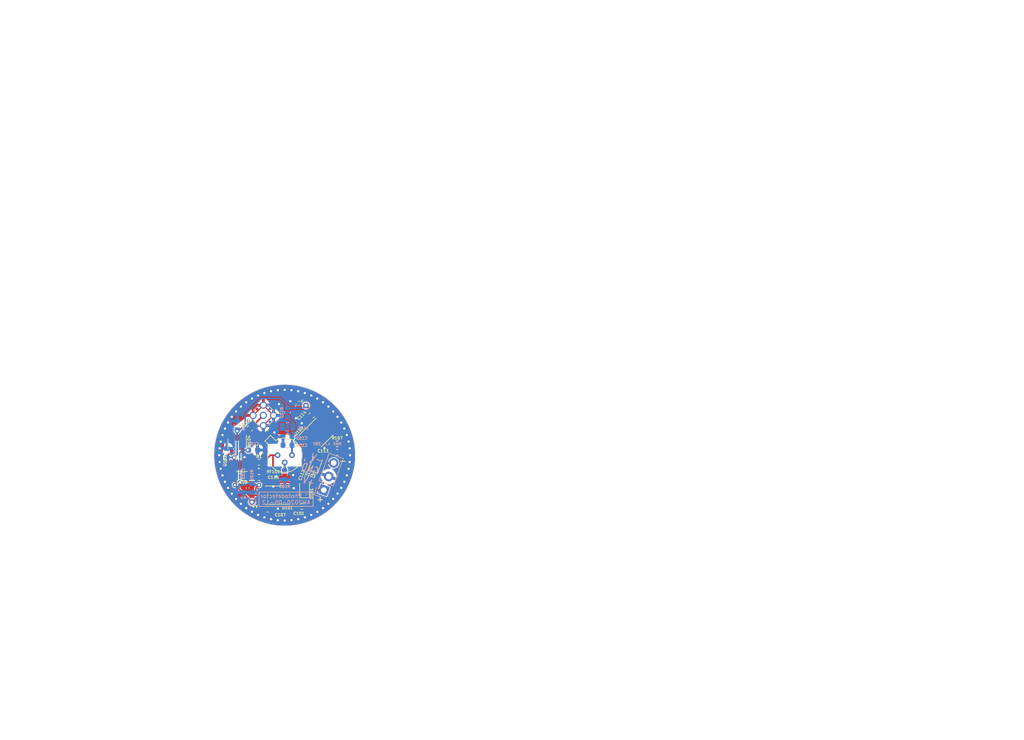
<source format=kicad_pcb>
(kicad_pcb (version 20211014) (generator pcbnew)
  (title_block (title "One Inch Photodetector - WSON8") (date "2020-02") (company "anders.e.e.wallin \"at\" gmail.com"))
  (layers (0 "F.Cu" signal) (31 "B.Cu" signal) (34 "B.Paste" user) (35 "F.Paste" user) (36 "B.SilkS" user "B.Silkscreen") (37 "F.SilkS" user "F.Silkscreen") (38 "B.Mask" user) (39 "F.Mask" user) (44 "Edge.Cuts" user))
  (net 0 "")
  (net 1 "Net-(D102-Pad2)")
  (net 2 "/+V")
  (net 3 "GND")
  (net 4 "Net-(C101-Pad1)")
  (net 5 "Net-(U101-Pad4)")
  (net 6 "Net-(U102-Pad7)")
  (net 7 "Net-(U102-Pad4)")
  (net 8 "/-V")
  (net 9 "Net-(C112-Pad2)")
  (net 10 "Net-(J101-Pad1)")
  (net 11 "Net-(L101-Pad1)")
  (net 12 "/+VIN")
  (net 13 "/-VIN")
  (net 14 "/VBIAS")
  (net 15 "/VOUT")
  (net 16 "Net-(R1-Pad1)")
  (net 17 "Net-(C115-Pad1)")
  (net 18 "Net-(U103-Pad2)")
  (net 19 "/SET+")
  (net 20 "/SET-")
  (net 21 "/IN-")
  (net 22 "/VTIA")
  (net 23 "Net-(U104-Pad3)")
  (footprint "Package_TO_SOT_THT:TO-18-3" (layer "F.Cu") (at 148.75 100)
    (fp_text reference "D102" hide)
    (fp_text value "S597x")
    (pad "1" thru_hole oval locked (at 0 0) (size 1 1) (drill 0.5) (layers *.Cu *.Mask) (net 21 "/IN-"))
    (pad "2" thru_hole oval locked (at 1.27 1.27) (size 1 1) (drill 0.5) (layers *.Cu *.Mask) (net 1 "Net-(D102-Pad2)"))
    (pad "3" thru_hole oval locked (at 2.54 0) (size 1 1) (drill 0.5) (layers *.Cu *.Mask) (net 14 "/VBIAS"))
  )
  (footprint "Package_SO:MSOP-10-1EP_3x3mm_P0.5mm_EP1.68x1.88mm" (layer "F.Cu") (at 148.08 107.03 180)
    (fp_text reference "U101" (at -2.42 -2.22 180) (layer "F.SilkS") (effects (font (size 0.5 0.5) (thickness 0.1))))
    (fp_text value "LT3042xMSE")
    (pad "1" smd roundrect locked (at -2.15 -1 180) (size 1.45 0.3) (layers "F.Cu" "F.Paste" "F.Mask") (net 4 "Net-(C101-Pad1)"))
    (pad "2" smd roundrect locked (at -2.15 -0.5 180) (size 1.45 0.3) (layers "F.Cu" "F.Paste" "F.Mask") (net 4 "Net-(C101-Pad1)"))
    (pad "3" smd roundrect locked (at -2.15 0 180) (size 1.45 0.3) (layers "F.Cu" "F.Paste" "F.Mask") (net 4 "Net-(C101-Pad1)"))
    (pad "4" smd roundrect locked (at -2.15 0.5 180) (size 1.45 0.3) (layers "F.Cu" "F.Paste" "F.Mask") (net 5 "Net-(U101-Pad4)"))
    (pad "5" smd roundrect locked (at -2.15 1 180) (size 1.45 0.3) (layers "F.Cu" "F.Paste" "F.Mask") (net 3 "GND"))
    (pad "6" smd roundrect locked (at 2.15 1 180) (size 1.45 0.3) (layers "F.Cu" "F.Paste" "F.Mask") (net 4 "Net-(C101-Pad1)"))
    (pad "7" smd roundrect locked (at 2.15 0.5 180) (size 1.45 0.3) (layers "F.Cu" "F.Paste" "F.Mask") (net 19 "/SET+"))
    (pad "8" smd roundrect locked (at 2.15 0 180) (size 1.45 0.3) (layers "F.Cu" "F.Paste" "F.Mask") (net 3 "GND"))
    (pad "9" smd roundrect locked (at 2.15 -0.5 180) (size 1.45 0.3) (layers "F.Cu" "F.Paste" "F.Mask") (net 2 "/+V"))
    (pad "10" smd roundrect locked (at 2.15 -1 180) (size 1.45 0.3) (layers "F.Cu" "F.Paste" "F.Mask") (net 2 "/+V"))
    (pad "11" smd roundrect locked (at 0 0 180) (size 1.68 1.88) (layers "F.Cu" "F.Mask") (roundrect_rratio 0.14881) (net 3 "GND"))
  )
  (footprint "Package_SO:MSOP-12-1EP_3x4mm_P0.65mm_EP1.65x2.85mm" (layer "F.Cu") (at 156 96 45)
    (fp_text reference "U102" (at -2.298097 -2.65165 45) (layer "F.SilkS") (effects (font (size 0.5 0.5) (thickness 0.1))))
    (fp_text value "LT3093xMSE")
    (pad "1" smd roundrect locked (at -2.15 -1.625 45) (size 1.45 0.4) (layers "F.Cu" "F.Paste" "F.Mask") (net 9 "Net-(C112-Pad2)"))
    (pad "2" smd roundrect locked (at -2.15 -0.975 45) (size 1.45 0.4) (layers "F.Cu" "F.Paste" "F.Mask") (net 9 "Net-(C112-Pad2)"))
    (pad "3" smd roundrect locked (at -2.15 -0.325 45) (size 1.45 0.4) (layers "F.Cu" "F.Paste" "F.Mask") (net 9 "Net-(C112-Pad2)"))
    (pad "4" smd roundrect locked (at -2.15 0.325 45) (size 1.45 0.4) (layers "F.Cu" "F.Paste" "F.Mask") (net 7 "Net-(U102-Pad4)"))
    (pad "5" smd roundrect locked (at -2.15 0.975 45) (size 1.45 0.4) (layers "F.Cu" "F.Paste" "F.Mask") (net 9 "Net-(C112-Pad2)"))
    (pad "6" smd roundrect locked (at -2.15 1.625 45) (size 1.45 0.4) (layers "F.Cu" "F.Paste" "F.Mask") (net 3 "GND"))
    (pad "7" smd roundrect locked (at 2.15 1.625 45) (size 1.45 0.4) (layers "F.Cu" "F.Paste" "F.Mask") (net 6 "Net-(U102-Pad7)"))
    (pad "8" smd roundrect locked (at 2.15 0.975 45) (size 1.45 0.4) (layers "F.Cu" "F.Paste" "F.Mask") (net 20 "/SET-"))
    (pad "9" smd roundrect locked (at 2.15 0.325 45) (size 1.45 0.4) (layers "F.Cu" "F.Paste" "F.Mask") (net 3 "GND"))
    (pad "10" smd roundrect locked (at 2.15 -0.325 45) (size 1.45 0.4) (layers "F.Cu" "F.Paste" "F.Mask") (net 8 "/-V"))
    (pad "11" smd roundrect locked (at 2.15 -0.975 45) (size 1.45 0.4) (layers "F.Cu" "F.Paste" "F.Mask") (net 8 "/-V"))
    (pad "12" smd roundrect locked (at 2.15 -1.625 45) (size 1.45 0.4) (layers "F.Cu" "F.Paste" "F.Mask") (net 8 "/-V"))
    (pad "13" smd roundrect locked (at 0 0 45) (size 1.65 2.85) (layers "F.Cu" "F.Mask") (roundrect_rratio 0.151515) (net 9 "Net-(C112-Pad2)"))
  )
  (footprint "Capacitor_SMD:C_0603_1608Metric" (layer "F.Cu") (at 153 109 180)
    (fp_text reference "C101" (at 0.5 -1.25) (layer "F.SilkS") (effects (font (size 0.5 0.5) (thickness 0.1))))
    (fp_text value "4u7")
    (pad "1" smd roundrect locked (at -0.7875 0 180) (size 0.875 0.95) (layers "F.Cu" "F.Paste" "F.Mask") (net 4 "Net-(C101-Pad1)"))
    (pad "2" smd roundrect locked (at 0.7875 0 180) (size 0.875 0.95) (layers "F.Cu" "F.Paste" "F.Mask") (net 3 "GND"))
  )
  (footprint "Capacitor_SMD:C_0603_1608Metric" (layer "F.Cu") (at 147 109.5)
    (fp_text reference "C107" (at 2.25 1) (layer "F.SilkS") (effects (font (size 0.5 0.5) (thickness 0.1))))
    (fp_text value "4u7")
    (pad "1" smd roundrect locked (at -0.7875 0) (size 0.875 0.95) (layers "F.Cu" "F.Paste" "F.Mask") (net 2 "/+V"))
    (pad "2" smd roundrect locked (at 0.7875 0) (size 0.875 0.95) (layers "F.Cu" "F.Paste" "F.Mask") (net 3 "GND"))
  )
  (footprint "Capacitor_SMD:C_0603_1608Metric" (layer "F.Cu") (at 142 103.75 180)
    (fp_text reference "C108" (at -0.5 -1) (layer "F.SilkS") (effects (font (size 0.5 0.5) (thickness 0.1))))
    (fp_text value "100n")
    (pad "1" smd roundrect locked (at -0.7875 0 180) (size 0.875 0.95) (layers "F.Cu" "F.Paste" "F.Mask") (net 3 "GND"))
    (pad "2" smd roundrect locked (at 0.7875 0 180) (size 0.875 0.95) (layers "F.Cu" "F.Paste" "F.Mask") (net 2 "/+V"))
  )
  (footprint "Capacitor_SMD:C_0603_1608Metric" (layer "F.Cu") (at 154 101 70)
    (fp_text reference "C112" (at -2.691252 -0.084642 70) (layer "F.SilkS") (effects (font (size 0.5 0.5) (thickness 0.1))))
    (fp_text value "4u7")
    (pad "1" smd roundrect locked (at -0.7875 0 70) (size 0.875 0.95) (layers "F.Cu" "F.Paste" "F.Mask") (net 3 "GND"))
    (pad "2" smd roundrect locked (at 0.7875 0 70) (size 0.875 0.95) (layers "F.Cu" "F.Paste" "F.Mask") (net 9 "Net-(C112-Pad2)"))
  )
  (footprint "Capacitor_SMD:C_0603_1608Metric" (layer "F.Cu") (at 159.25 99.5)
    (fp_text reference "C113" (at -2.5 -0.25) (layer "F.SilkS") (effects (font (size 0.5 0.5) (thickness 0.1))))
    (fp_text value "4u7")
    (pad "1" smd roundrect locked (at -0.7875 0) (size 0.875 0.95) (layers "F.Cu" "F.Paste" "F.Mask") (net 3 "GND"))
    (pad "2" smd roundrect locked (at 0.7875 0) (size 0.875 0.95) (layers "F.Cu" "F.Paste" "F.Mask") (net 20 "/SET-"))
  )
  (footprint "Capacitor_SMD:C_0603_1608Metric" (layer "F.Cu") (at 154.75 93 45)
    (fp_text reference "C114" (at -1.237437 -1.237437 45) (layer "F.SilkS") (effects (font (size 0.5 0.5) (thickness 0.1))))
    (fp_text value "4u7")
    (pad "1" smd roundrect locked (at -0.7875 0 45) (size 0.875 0.95) (layers "F.Cu" "F.Paste" "F.Mask") (net 3 "GND"))
    (pad "2" smd roundrect locked (at 0.7875 0 45) (size 0.875 0.95) (layers "F.Cu" "F.Paste" "F.Mask") (net 8 "/-V"))
  )
  (footprint "Diode_SMD:D_SOD-323F" (layer "F.Cu") (at 153.5 106 90)
    (fp_text reference "D101" (at -0.75 1.25 270) (layer "F.SilkS") (effects (font (size 0.5 0.5) (thickness 0.1))))
    (fp_text value "D")
    (pad "1" smd rect locked (at -1.1 0 90) (size 0.5 0.5) (layers "F.Cu" "F.Paste" "F.Mask") (net 4 "Net-(C101-Pad1)"))
    (pad "2" smd rect locked (at 1.1 0 90) (size 0.5 0.5) (layers "F.Cu" "F.Paste" "F.Mask") (net 12 "/+VIN"))
  )
  (footprint "Diode_SMD:D_SOD-323F" (layer "F.Cu") (at 155.5 101.5 70)
    (fp_text reference "D103" (at -2.221405 -0.255652 160) (layer "F.SilkS") (effects (font (size 0.5 0.5) (thickness 0.1))))
    (fp_text value "D")
    (pad "1" smd rect locked (at -1.1 0 70) (size 0.5 0.5) (layers "F.Cu" "F.Paste" "F.Mask") (net 13 "/-VIN"))
    (pad "2" smd rect locked (at 1.1 0 70) (size 0.5 0.5) (layers "F.Cu" "F.Paste" "F.Mask") (net 9 "Net-(C112-Pad2)"))
  )
  (footprint "Resistor_SMD:R_0603_1608Metric" (layer "F.Cu") (at 145.5 102.9)
    (fp_text reference "RF101" (at 2.5 0) (layer "F.SilkS") (effects (font (size 0.5 0.5) (thickness 0.1))))
    (fp_text value "R")
    (pad "1" smd roundrect locked (at -0.7875 0) (size 0.875 0.95) (layers "F.Cu" "F.Paste" "F.Mask") (net 17 "Net-(C115-Pad1)"))
    (pad "2" smd roundrect locked (at 0.7875 0) (size 0.875 0.95) (layers "F.Cu" "F.Paste" "F.Mask") (net 21 "/IN-"))
  )
  (footprint "Resistor_SMD:R_0603_1608Metric" (layer "F.Cu") (at 143.9 95.3 -135)
    (fp_text reference "R106" (at -0.106066 1.025305 45) (layer "F.SilkS") (effects (font (size 0.5 0.5) (thickness 0.1))))
    (fp_text value "49R9")
    (pad "1" smd roundrect locked (at -0.7875 0 225) (size 0.875 0.95) (layers "F.Cu" "F.Paste" "F.Mask") (net 10 "Net-(J101-Pad1)"))
    (pad "2" smd roundrect locked (at 0.7875 0 225) (size 0.875 0.95) (layers "F.Cu" "F.Paste" "F.Mask") (net 15 "/VOUT"))
  )
  (footprint "Resistor_SMD:R_0603_1608Metric" (layer "F.Cu") (at 159.25 98)
    (fp_text reference "R107" (at 0 -1) (layer "F.SilkS") (effects (font (size 0.5 0.5) (thickness 0.1))))
    (fp_text value "25k")
    (pad "1" smd roundrect locked (at -0.7875 0) (size 0.875 0.95) (layers "F.Cu" "F.Paste" "F.Mask") (net 3 "GND"))
    (pad "2" smd roundrect locked (at 0.7875 0) (size 0.875 0.95) (layers "F.Cu" "F.Paste" "F.Mask") (net 20 "/SET-"))
  )
  (footprint "Capacitor_SMD:C_0603_1608Metric" (layer "F.Cu") (at 145.5 103.9)
    (fp_text reference "C115" (at 2.5 0) (layer "F.SilkS") (effects (font (size 0.5 0.5) (thickness 0.1))))
    (fp_text value "C")
    (pad "1" smd roundrect locked (at -0.7875 0) (size 0.875 0.95) (layers "F.Cu" "F.Paste" "F.Mask") (net 17 "Net-(C115-Pad1)"))
    (pad "2" smd roundrect locked (at 0.7875 0) (size 0.875 0.95) (layers "F.Cu" "F.Paste" "F.Mask") (net 21 "/IN-"))
  )
  (footprint "Resistor_SMD:R_0603_1608Metric" (layer "F.Cu") (at 145.5 101.25)
    (fp_text reference "R1" (at 0 -1) (layer "F.SilkS") (effects (font (size 0.5 0.5) (thickness 0.125))))
    (fp_text value "10R")
    (pad "1" smd roundrect locked (at -0.7875 0) (size 0.875 0.95) (layers "F.Cu" "F.Paste" "F.Mask") (net 16 "Net-(R1-Pad1)"))
    (pad "2" smd roundrect locked (at 0.7875 0) (size 0.875 0.95) (layers "F.Cu" "F.Paste" "F.Mask") (net 21 "/IN-"))
  )
  (footprint "Package_SON:WSON-8-1EP_2x2mm_P0.5mm_EP0.9x1.6mm" (layer "F.Cu") (at 142 101.75 180)
    (fp_text reference "U103" (at 2.5 0.75 90) (layer "F.SilkS") (effects (font (size 0.5 0.5) (thickness 0.125))))
    (fp_text value "OPA859xDSG")
    (pad "1" smd rect locked (at -0.95 -0.75 180) (size 0.5 0.25) (layers "F.Cu" "F.Paste" "F.Mask") (net 17 "Net-(C115-Pad1)"))
    (pad "2" smd rect locked (at -0.95 -0.25 180) (size 0.5 0.25) (layers "F.Cu" "F.Paste" "F.Mask") (net 18 "Net-(U103-Pad2)"))
    (pad "3" smd rect locked (at -0.95 0.25 180) (size 0.5 0.25) (layers "F.Cu" "F.Paste" "F.Mask") (net 16 "Net-(R1-Pad1)"))
    (pad "4" smd rect locked (at -0.95 0.75 180) (size 0.5 0.25) (layers "F.Cu" "F.Paste" "F.Mask") (net 3 "GND"))
    (pad "5" smd rect locked (at 0.95 0.75 180) (size 0.5 0.25) (layers "F.Cu" "F.Paste" "F.Mask") (net 8 "/-V"))
    (pad "6" smd rect locked (at 0.95 0.25 180) (size 0.5 0.25) (layers "F.Cu" "F.Paste" "F.Mask") (net 22 "/VTIA"))
    (pad "7" smd rect locked (at 0.95 -0.25 180) (size 0.5 0.25) (layers "F.Cu" "F.Paste" "F.Mask") (net 2 "/+V"))
    (pad "8" smd rect locked (at 0.95 -0.75 180) (size 0.5 0.25) (layers "F.Cu" "F.Paste" "F.Mask") (net 2 "/+V"))
    (pad "9" smd rect locked (at 0 0 180) (size 0.9 1.6) (layers "F.Cu" "F.Mask") (net 8 "/-V"))
  )
  (footprint "Package_TO_SOT_SMD:SOT-23-5" (layer "F.Cu") (at 141.65 98 -90)
    (fp_text reference "U104" (at -0.5 -2.1 90) (layer "F.SilkS") (effects (font (size 0.5 0.5) (thickness 0.1))))
    (fp_text value "BUF602xDBV")
    (pad "1" smd rect locked (at -1.1 -0.95 270) (size 1.06 0.65) (layers "F.Cu" "F.Paste" "F.Mask") (net 15 "/VOUT"))
    (pad "2" smd rect locked (at -1.1 0 270) (size 1.06 0.65) (layers "F.Cu" "F.Paste" "F.Mask") (net 8 "/-V"))
    (pad "3" smd rect locked (at -1.1 0.95 270) (size 1.06 0.65) (layers "F.Cu" "F.Paste" "F.Mask") (net 23 "Net-(U104-Pad3)"))
    (pad "4" smd rect locked (at 1.1 0.95 270) (size 1.06 0.65) (layers "F.Cu" "F.Paste" "F.Mask") (net 22 "/VTIA"))
    (pad "5" smd rect locked (at 1.1 -0.95 270) (size 1.06 0.65) (layers "F.Cu" "F.Paste" "F.Mask") (net 2 "/+V"))
  )
  (footprint "Capacitor_SMD:C_0603_1608Metric" (layer "B.Cu") (at 150.5 96.75 180)
    (fp_text reference "C102" (at -2.5 -0.25) (layer "B.SilkS") (effects (font (size 0.5 0.5) (thickness 0.1)) (justify mirror)))
    (fp_text value "4u7")
    (pad "1" smd roundrect locked (at -0.7875 0 180) (size 0.875 0.95) (layers "B.Cu" "B.Paste" "B.Mask") (net 14 "/VBIAS"))
    (pad "2" smd roundrect locked (at 0.7875 0 180) (size 0.875 0.95) (layers "B.Cu" "B.Paste" "B.Mask") (net 3 "GND"))
  )
  (footprint "Capacitor_SMD:C_0603_1608Metric" (layer "B.Cu") (at 142.75 105.75 -90)
    (fp_text reference "C103" (at -2.5 0 -90) (layer "B.SilkS") (effects (font (size 0.5 0.5) (thickness 0.1)) (justify mirror)))
    (fp_text value "4u7")
    (pad "1" smd roundrect locked (at -0.7875 0 270) (size 0.875 0.95) (layers "B.Cu" "B.Paste" "B.Mask") (net 19 "/SET+"))
    (pad "2" smd roundrect locked (at 0.7875 0 270) (size 0.875 0.95) (layers "B.Cu" "B.Paste" "B.Mask") (net 3 "GND"))
  )
  (footprint "Connector_Coaxial:MMCX_Molex_73415-1471_Vertical" (layer "B.Cu") (at 146.25 93 -45)
    (fp_text reference "J101" hide)
    (fp_text value "Conn_Coaxial")
    (pad "1" thru_hole circle locked (at 0 0 315) (size 1.24 1.24) (drill 0.84) (layers *.Cu *.Mask) (net 10 "Net-(J101-Pad1)"))
    (pad "2" thru_hole circle locked (at -1.27 1.27 315) (size 1.24 1.24) (drill 0.84) (layers *.Cu *.Mask) (net 3 "GND"))
    (pad "2" thru_hole circle locked (at -1.27 -1.27 315) (size 1.24 1.24) (drill 0.84) (layers *.Cu *.Mask) (net 3 "GND"))
    (pad "2" thru_hole circle locked (at 1.27 -1.27 315) (size 1.24 1.24) (drill 0.84) (layers *.Cu *.Mask) (net 3 "GND"))
    (pad "2" thru_hole circle locked (at 1.27 1.27 315) (size 1.24 1.24) (drill 0.84) (layers *.Cu *.Mask) (net 3 "GND"))
  )
  (footprint "Inductor_SMD:L_0805_2012Metric" (layer "B.Cu") (at 150.5 95 180)
    (fp_text reference "L101" (at -2.75 -0.25) (layer "B.SilkS") (effects (font (size 0.5 0.5) (thickness 0.1)) (justify mirror)))
    (fp_text value "100u")
    (pad "1" smd roundrect locked (at -0.9375 0 180) (size 0.975 1.4) (layers "B.Cu" "B.Paste" "B.Mask") (net 11 "Net-(L101-Pad1)"))
    (pad "2" smd roundrect locked (at 0.9375 0 180) (size 0.975 1.4) (layers "B.Cu" "B.Paste" "B.Mask") (net 14 "/VBIAS"))
  )
  (footprint "Resistor_SMD:R_0603_1608Metric" (layer "B.Cu") (at 144.25 105.75 -90)
    (fp_text reference "R101" (at -2.25 0 -90) (layer "B.SilkS") (effects (font (size 0.5 0.5) (thickness 0.1)) (justify mirror)))
    (fp_text value "25k")
    (pad "1" smd roundrect locked (at -0.7875 0 270) (size 0.875 0.95) (layers "B.Cu" "B.Paste" "B.Mask") (net 19 "/SET+"))
    (pad "2" smd roundrect locked (at 0.7875 0 270) (size 0.875 0.95) (layers "B.Cu" "B.Paste" "B.Mask") (net 3 "GND"))
  )
  (footprint "Resistor_SMD:R_0603_1608Metric" (layer "B.Cu") (at 150.5 92.5 -90)
    (fp_text reference "R102" (at 0 1 90) (layer "B.SilkS") (effects (font (size 0.5 0.5) (thickness 0.1)) (justify mirror)))
    (fp_text value "300R")
    (pad "1" smd roundrect locked (at -0.7875 0 270) (size 0.875 0.95) (layers "B.Cu" "B.Paste" "B.Mask") (net 8 "/-V"))
    (pad "2" smd roundrect locked (at 0.7875 0 270) (size 0.875 0.95) (layers "B.Cu" "B.Paste" "B.Mask") (net 11 "Net-(L101-Pad1)"))
  )
  (footprint "Resistor_SMD:R_0603_1608Metric" (layer "B.Cu") (at 150 103.5 90)
    (fp_text reference "R103" (at -2 0 180) (layer "B.SilkS") (effects (font (size 0.5 0.5) (thickness 0.1)) (justify mirror)))
    (fp_text value "0R")
    (pad "1" smd roundrect locked (at -0.7875 0 90) (size 0.875 0.95) (layers "B.Cu" "B.Paste" "B.Mask") (net 3 "GND"))
    (pad "2" smd roundrect locked (at 0.7875 0 90) (size 0.875 0.95) (layers "B.Cu" "B.Paste" "B.Mask") (net 1 "Net-(D102-Pad2)"))
  )
  (footprint "TestPoint:TestPoint_THTPad_D1.0mm_Drill0.5mm" (layer "B.Cu") (at 153.75 91.25)
    (fp_text reference "TP101" hide)
    (fp_text value "TestPoint")
    (pad "1" thru_hole circle locked (at 0 0) (size 1 1) (drill 0.5) (layers *.Cu *.Mask) (net 8 "/-V"))
  )
  (footprint "TestPoint:TestPoint_THTPad_D1.0mm_Drill0.5mm" (layer "B.Cu") (at 144.25 108.25)
    (fp_text reference "TP102" hide)
    (fp_text value "TestPoint")
    (pad "1" thru_hole circle locked (at 0 0) (size 1 1) (drill 0.5) (layers *.Cu *.Mask) (net 2 "/+V"))
  )
  (footprint "Connector_PinHeader_2.54mm:PinHeader_1x03_P2.54mm_Vertical" (layer "B.Cu") (at 156.881269 106.136819 -20)
    (fp_text reference "J102" hide)
    (fp_text value "Conn_01x03")
    (pad "1" thru_hole rect locked (at 0 0 340) (size 1.7 1.7) (drill 1) (layers *.Cu *.Mask) (net 12 "/+VIN"))
    (pad "2" thru_hole oval locked (at 0 -2.54 340) (size 1.7 1.7) (drill 1) (layers *.Cu *.Mask) (net 3 "GND"))
    (pad "3" thru_hole oval locked (at 0 -5.08 340) (size 1.7 1.7) (drill 1) (layers *.Cu *.Mask) (net 13 "/-VIN"))
  )
  (footprint "Capacitor_SMD:C_0603_1608Metric" (layer "B.Cu") (at 144.45 99.1 180)
    (fp_text reference "C105" (at -0.05 1.1) (layer "B.SilkS") (effects (font (size 0.5 0.5) (thickness 0.1)) (justify mirror)))
    (fp_text value "100n")
    (pad "1" smd roundrect locked (at -0.7875 0 180) (size 0.875 0.95) (layers "B.Cu" "B.Paste" "B.Mask") (net 3 "GND"))
    (pad "2" smd roundrect locked (at 0.7875 0 180) (size 0.875 0.95) (layers "B.Cu" "B.Paste" "B.Mask") (net 2 "/+V"))
  )
  (footprint "Capacitor_SMD:C_0603_1608Metric" (layer "B.Cu") (at 141.65 94.75 90)
    (fp_text reference "C106" (at 0 1.1 90) (layer "B.SilkS") (effects (font (size 0.5 0.5) (thickness 0.1)) (justify mirror)))
    (fp_text value "100n")
    (pad "1" smd roundrect locked (at -0.7875 0 90) (size 0.875 0.95) (layers "B.Cu" "B.Paste" "B.Mask") (net 8 "/-V"))
    (pad "2" smd roundrect locked (at 0.7875 0 90) (size 0.875 0.95) (layers "B.Cu" "B.Paste" "B.Mask") (net 3 "GND"))
  )
  (footprint "Capacitor_SMD:C_0603_1608Metric" (layer "B.Cu") (at 139.85 99.6 90)
    (fp_text reference "C109" (at 0 1.43 270) (layer "B.SilkS") (effects (font (size 0.5 0.5) (thickness 0.1)) (justify mirror)))
    (fp_text value "100n")
    (pad "1" smd roundrect locked (at -0.7875 0 90) (size 0.875 0.95) (layers "B.Cu" "B.Paste" "B.Mask") (net 8 "/-V"))
    (pad "2" smd roundrect locked (at 0.7875 0 90) (size 0.875 0.95) (layers "B.Cu" "B.Paste" "B.Mask") (net 3 "GND"))
  )
  (footprint "Capacitor_SMD:C_0603_1608Metric" (layer "B.Cu") (at 150.5 98.25 180)
    (fp_text reference "C104" (at -2.5 0) (layer "B.SilkS") (effects (font (size 0.5 0.5) (thickness 0.1)) (justify mirror)))
    (fp_text value "10n")
    (pad "1" smd roundrect locked (at -0.7875 0 180) (size 0.875 0.95) (layers "B.Cu" "B.Paste" "B.Mask") (net 14 "/VBIAS"))
    (pad "2" smd roundrect locked (at 0.7875 0 180) (size 0.875 0.95) (layers "B.Cu" "B.Paste" "B.Mask") (net 3 "GND"))
  )
  (gr_line (start 145.5 106.5) (end 145.5 109) (layer "B.SilkS") (width 0.12))
  (gr_line (start 155 106.5) (end 145.5 106.5) (layer "B.SilkS") (width 0.12))
  (gr_line (start 155 109) (end 155 106.5) (layer "B.SilkS") (width 0.12))
  (gr_line (start 145.5 109) (end 155 109) (layer "B.SilkS") (width 0.12))
  (gr_circle (center 150 100) (end 162.5 100) (layer "Edge.Cuts") (width 0.05) (fill none))
  (gr_text "-V" (at 152.25 91.25) (layer "B.SilkS") (effects (font (size 0.5 0.5) (thickness 0.1)) (justify mirror)))
  (gr_text "+V" (at 142.75 107.5) (layer "B.SilkS") (effects (font (size 0.5 0.5) (thickness 0.1)) (justify mirror)))
  (gr_text "-V\nGND\n+V" (at 156 103 -20) (layer "B.SilkS") (effects (font (size 1.3 1)) (justify left mirror)))
  (gr_text "MAX +/-20V" (at 157.5 98) (layer "B.SilkS") (effects (font (size 0.5 0.5) (thickness 0.1)) (justify mirror)))
  (gr_text "1\" Photodetector\nAW2020-05-12" (at 150.25 107.75) (layer "B.SilkS") (effects (font (size 0.7 0.7) (thickness 0.1)) (justify mirror)))
  (gr_text "-V" (at 152.75 90.5) (layer "F.SilkS") (effects (font (size 0.5 0.5) (thickness 0.1))))
  (gr_text "-" (at 160.25 101) (layer "F.SilkS") (effects (font (size 1 1))))
  (gr_text "+V" (at 144.75 109) (layer "F.SilkS") (effects (font (size 0.5 0.5) (thickness 0.1))))
  (gr_text "+V" (at 144.75 109) (layer "F.SilkS") (effects (font (size 0.5 0.5) (thickness 0.1))))
  (gr_text "+" (at 156.25 107.75) (layer "F.SilkS") (effects (font (size 1 1))))
  (segment (start 150.02 102.7325) (end 150.0375 102.75) (width 0.35) (layer "B.Cu") (net 1))
  (segment (start 150.02 101.27) (end 150.02 102.7325) (width 0.35) (layer "B.Cu") (net 1))
  (segment (start 150 101.29) (end 150.02 101.27) (width 0.3) (layer "B.Cu") (net 1))
  (segment (start 150 102.7125) (end 150 101.29) (width 0.3) (layer "B.Cu") (net 1))
  (segment (start 146.2125 109.5) (end 146.2125 108.3125) (width 0.35) (layer "F.Cu") (net 2))
  (segment (start 141.4625 104) (end 141.2125 103.75) (width 0.3) (layer "F.Cu") (net 2))
  (segment (start 145.97 107.53) (end 145.99499 107.50501) (width 0.35) (layer "F.Cu") (net 2))
  (segment (start 140 102.975) (end 140.775 103.75) (width 0.3) (layer "F.Cu") (net 2))
  (segment (start 144.97 107.53) (end 144.25 108.25) (width 0.3) (layer "F.Cu") (net 2))
  (segment (start 141.75 105.75) (end 141.4625 105.4625) (width 0.3) (layer "F.Cu") (net 2))
  (segment (start 144.25 108.25) (end 141.75 105.75) (width 0.3) (layer "F.Cu") (net 2))
  (segment (start 145.93 107.53) (end 145.97 107.53) (width 0.35) (layer "F.Cu") (net 2))
  (segment (start 141.4625 105) (end 141.4625 104) (width 0.3) (layer "F.Cu") (net 2))
  (segment (start 141.75 105.75) (end 141.25 105.25) (width 0.3) (layer "F.Cu") (net 2))
  (segment (start 144.47 108.03) (end 144.25 108.25) (width 0.3) (layer "F.Cu") (net 2))
  (segment (start 140.25 102) (end 140 102.25) (width 0.3) (layer "F.Cu") (net 2))
  (segment (start 145.93 108.03) (end 144.47 108.03) (width 0.3) (layer "F.Cu") (net 2))
  (segment (start 141.05 102.5) (end 140 102.5) (width 0.3) (layer "F.Cu") (net 2))
  (segment (start 140.775 103.75) (end 141.2125 103.75) (width 0.3) (layer "F.Cu") (net 2))
  (segment (start 141.4625 105.4625) (end 141.4625 105) (width 0.3) (layer "F.Cu") (net 2))
  (segment (start 145.93 107.53) (end 144.97 107.53) (width 0.3) (layer "F.Cu") (net 2))
  (segment (start 146.2125 108.3125) (end 145.93 108.03) (width 0.35) (layer "F.Cu") (net 2))
  (segment (start 140 102.25) (end 140 102.5) (width 0.3) (layer "F.Cu") (net 2))
  (segment (start 142.6 99.1) (end 143.5 99.1) (width 0.3) (layer "F.Cu") (net 2))
  (segment (start 140 102.5) (end 140 102.975) (width 0.3) (layer "F.Cu") (net 2))
  (segment (start 141.05 102) (end 140.25 102) (width 0.3) (layer "F.Cu") (net 2))
  (via (at 141.25 105.25) (size 0.8) (drill 0.4) (layers "F.Cu" "B.Cu") (net 2))
  (via (at 143.5 99.1) (size 0.8) (drill 0.4) (layers "F.Cu" "B.Cu") (net 2))
  (segment (start 142.10001 99.59999) (end 142.6 99.1) (width 0.3) (layer "B.Cu") (net 2))
  (segment (start 142.6 99.1) (end 143.5 99.1) (width 0.3) (layer "B.Cu") (net 2))
  (segment (start 142.10001 104.39999) (end 142.10001 99.59999) (width 0.3) (layer "B.Cu") (net 2))
  (segment (start 141.25 105.25) (end 142.10001 104.39999) (width 0.3) (layer "B.Cu") (net 2))
  (segment (start 151.37 106.03) (end 151.6 105.8) (width 0.3) (layer "F.Cu") (net 3))
  (segment (start 142.7875 103.75) (end 142.8 104.55) (width 0.2) (layer "F.Cu") (net 3))
  (segment (start 146.25 94.796051) (end 148.046051 93) (width 0.2) (layer "F.Cu") (net 3))
  (segment (start 148 105.5) (end 148 106.95) (width 0.3) (layer "F.Cu") (net 3))
  (segment (start 148 106.95) (end 148.08 107.03) (width 0.3) (layer "F.Cu") (net 3))
  (segment (start 142.148837 93) (end 141.453835 92.304998) (width 0.2) (layer "F.Cu") (net 3))
  (segment (start 156.919328 98.669328) (end 157 98.75) (width 0.35) (layer "F.Cu") (net 3))
  (segment (start 146.25 94.796051) (end 147.296051 94.796051) (width 0.2) (layer "F.Cu") (net 3))
  (segment (start 150.23 106.03) (end 151.37 106.03) (width 0.3) (layer "F.Cu") (net 3))
  (segment (start 146.2271 107.03) (end 146.202102 107.005002) (width 0.35) (layer "F.Cu") (net 3))
  (segment (start 146.202102 107.005002) (end 145.93 107.005002) (width 0.35) (layer "F.Cu") (net 3))
  (segment (start 153.5 103.5) (end 153.730659 103.269341) (width 0.3) (layer "F.Cu") (net 3))
  (segment (start 147.75 94.5) (end 148.046051 94.203949) (width 0.2) (layer "F.Cu") (net 3))
  (segment (start 148.08 107.03) (end 146.2271 107.03) (width 0.35) (layer "F.Cu") (net 3))
  (segment (start 146.25 91.203949) (end 144.453949 93) (width 0.2) (layer "F.Cu") (net 3))
  (segment (start 145.15 104.65) (end 142.9 104.65) (width 0.2) (layer "F.Cu") (net 3))
  (segment (start 147.4 95.6) (end 147.75 95.25) (width 0.2) (layer "F.Cu") (net 3))
  (segment (start 145.4 102.3) (end 145.4 104.4) (width 0.2) (layer "F.Cu") (net 3))
  (segment (start 151.5 103.5) (end 153.5 103.5) (width 0.3) (layer "F.Cu") (net 3))
  (segment (start 158.4625 99.5) (end 158.4625 98) (width 0.35) (layer "F.Cu") (net 3))
  (segment (start 146 95.046051) (end 146.25 94.796051) (width 0.3) (layer "F.Cu") (net 3))
  (segment (start 146.25 91.203949) (end 146.25 89.259155) (width 0.2) (layer "F.Cu") (net 3))
  (segment (start 142.95 101) (end 142.95 100.35) (width 0.2) (layer "F.Cu") (net 3))
  (segment (start 142.9 104.65) (end 142.8 104.55) (width 0.2) (layer "F.Cu") (net 3))
  (segment (start 146.25 89.259155) (end 146.446305 89.06285) (width 0.2) (layer "F.Cu") (net 3))
  (segment (start 144.453949 93) (end 142.148837 93) (width 0.2) (layer "F.Cu") (net 3))
  (segment (start 153.730659 101.740008) (end 153.730659 102.730659) (width 0.3) (layer "F.Cu") (net 3))
  (segment (start 148.046051 93) (end 146.25 91.203949) (width 0.2) (layer "F.Cu") (net 3))
  (segment (start 147.75 95.25) (end 147.75 94.5) (width 0.2) (layer "F.Cu") (net 3))
  (segment (start 145.4 104.4) (end 145.15 104.65) (width 0.2) (layer "F.Cu") (net 3))
  (segment (start 147.296051 94.796051) (end 147.75 95.25) (width 0.2) (layer "F.Cu") (net 3))
  (segment (start 155.628769 98.669328) (end 156.919328 98.669328) (width 0.35) (layer "F.Cu") (net 3))
  (segment (start 153.730659 103.269341) (end 153.730659 101.740008) (width 0.3) (layer "F.Cu") (net 3))
  (segment (start 148.046051 94.203949) (end 148.046051 93) (width 0.2) (layer "F.Cu") (net 3))
  (via (at 138.562998 101.202077) (size 0.8) (drill 0.4) (layers "F.Cu" "B.Cu") (net 3))
  (via (at 138.751303 102.390984) (size 0.8) (drill 0.4) (layers "F.Cu" "B.Cu") (net 3))
  (via (at 139.06285 103.553695) (size 0.8) (drill 0.4) (layers "F.Cu" "B.Cu") (net 3))
  (via (at 139.494227 104.677471) (size 0.8) (drill 0.4) (layers "F.Cu" "B.Cu") (net 3))
  (via (at 140.040708 105.75) (size 0.8) (drill 0.4) (layers "F.Cu" "B.Cu") (net 3))
  (via (at 140.696305 106.75953) (size 0.8) (drill 0.4) (layers "F.Cu" "B.Cu") (net 3))
  (via (at 141.453835 107.695002) (size 0.8) (drill 0.4) (layers "F.Cu" "B.Cu") (net 3))
  (via (at 142.304998 108.546165) (size 0.8) (drill 0.4) (layers "F.Cu" "B.Cu") (net 3))
  (via (at 143.24047 109.303695) (size 0.8) (drill 0.4) (layers "F.Cu" "B.Cu") (net 3))
  (via (at 144.25 109.959292) (size 0.8) (drill 0.4) (layers "F.Cu" "B.Cu") (net 3))
  (via (at 145.322529 110.505773) (size 0.8) (drill 0.4) (layers "F.Cu" "B.Cu") (net 3))
  (via (at 146.446305 110.93715) (size 0.8) (drill 0.4) (layers "F.Cu" "B.Cu") (net 3))
  (via (at 147.609016 111.248697) (size 0.8) (drill 0.4) (layers "F.Cu" "B.Cu") (net 3))
  (via (at 148.797923 111.437002) (size 0.8) (drill 0.4) (layers "F.Cu" "B.Cu") (net 3))
  (via (at 150 111.5) (size 0.8) (drill 0.4) (layers "F.Cu" "B.Cu") (net 3))
  (via (at 151.202077 111.437002) (size 0.8) (drill 0.4) (layers "F.Cu" "B.Cu") (net 3))
  (via (at 152.390984 111.248697) (size 0.8) (drill 0.4) (layers "F.Cu" "B.Cu") (net 3))
  (via (at 153.553695 110.93715) (size 0.8) (drill 0.4) (layers "F.Cu" "B.Cu") (net 3))
  (via (at 154.677471 110.505773) (size 0.8) (drill 0.4) (layers "F.Cu" "B.Cu") (net 3))
  (via (at 155.75 109.959292) (size 0.8) (drill 0.4) (layers "F.Cu" "B.Cu") (net 3))
  (via (at 156.75953 109.303695) (size 0.8) (drill 0.4) (layers "F.Cu" "B.Cu") (net 3))
  (via (at 157.695002 108.546165) (size 0.8) (drill 0.4) (layers "F.Cu" "B.Cu") (net 3))
  (via (at 158.546165 107.695002) (size 0.8) (drill 0.4) (layers "F.Cu" "B.Cu") (net 3))
  (via (at 159.303695 106.75953) (size 0.8) (drill 0.4) (layers "F.Cu" "B.Cu") (net 3))
  (via (at 159.959292 105.75) (size 0.8) (drill 0.4) (layers "F.Cu" "B.Cu") (net 3))
  (via (at 160.505773 104.677471) (size 0.8) (drill 0.4) (layers "F.Cu" "B.Cu") (net 3))
  (via (at 160.93715 103.553695) (size 0.8) (drill 0.4) (layers "F.Cu" "B.Cu") (net 3))
  (via (at 161.248697 102.390984) (size 0.8) (drill 0.4) (layers "F.Cu" "B.Cu") (net 3))
  (via (at 161.437002 101.202077) (size 0.8) (drill 0.4) (layers "F.Cu" "B.Cu") (net 3))
  (via (at 161.5 100) (size 0.8) (drill 0.4) (layers "F.Cu" "B.Cu") (net 3))
  (via (at 161.437002 98.797923) (size 0.8) (drill 0.4) (layers "F.Cu" "B.Cu") (net 3))
  (via (at 161.248697 97.609016) (size 0.8) (drill 0.4) (layers "F.Cu" "B.Cu") (net 3))
  (via (at 160.93715 96.446305) (size 0.8) (drill 0.4) (layers "F.Cu" "B.Cu") (net 3))
  (via (at 160.505773 95.322529) (size 0.8) (drill 0.4) (layers "F.Cu" "B.Cu") (net 3))
  (via (at 159.959292 94.25) (size 0.8) (drill 0.4) (layers "F.Cu" "B.Cu") (net 3))
  (via (at 159.303695 93.24047) (size 0.8) (drill 0.4) (layers "F.Cu" "B.Cu") (net 3))
  (via (at 158.546165 92.304998) (size 0.8) (drill 0.4) (layers "F.Cu" "B.Cu") (net 3))
  (via (at 157.695002 91.453835) (size 0.8) (drill 0.4) (layers "F.Cu" "B.Cu") (net 3))
  (via (at 156.75953 90.696305) (size 0.8) (drill 0.4) (layers "F.Cu" "B.Cu") (net 3))
  (via (at 155.75 90.040708) (size 0.8) (drill 0.4) (layers "F.Cu" "B.Cu") (net 3))
  (via (at 154.677471 89.494227) (size 0.8) (drill 0.4) (layers "F.Cu" "B.Cu") (net 3))
  (via (at 153.553695 89.06285) (size 0.8) (drill 0.4) (layers "F.Cu" "B.Cu") (net 3))
  (via (at 152.390984 88.751303) (size 0.8) (drill 0.4) (layers "F.Cu" "B.Cu") (net 3))
  (via (at 151.202077 88.562998) (size 0.8) (drill 0.4) (layers "F.Cu" "B.Cu") (net 3))
  (via (at 150 88.5) (size 0.8) (drill 0.4) (layers "F.Cu" "B.Cu") (net 3))
  (via (at 148.797923 88.562998) (size 0.8) (drill 0.4) (layers "F.Cu" "B.Cu") (net 3))
  (via (at 147.609016 88.751303) (size 0.8) (drill 0.4) (layers "F.Cu" "B.Cu") (net 3))
  (via (at 146.446305 89.06285) (size 0.8) (drill 0.4) (layers "F.Cu" "B.Cu") (net 3))
  (via (at 145.322529 89.494227) (size 0.8) (drill 0.4) (layers "F.Cu" "B.Cu") (net 3))
  (via (at 144.25 90.040708) (size 0.8) (drill 0.4) (layers "F.Cu" "B.Cu") (net 3))
  (via (at 143.24047 90.696305) (size 0.8) (drill 0.4) (layers "F.Cu" "B.Cu") (net 3))
  (via (at 142.304998 91.453835) (size 0.8) (drill 0.4) (layers "F.Cu" "B.Cu") (net 3))
  (via (at 141.453835 92.304998) (size 0.8) (drill 0.4) (layers "F.Cu" "B.Cu") (net 3))
  (via (at 140.696305 93.24047) (size 0.8) (drill 0.4) (layers "F.Cu" "B.Cu") (net 3))
  (via (at 140.040708 94.25) (size 0.8) (drill 0.4) (layers "F.Cu" "B.Cu") (net 3))
  (via (at 139.494227 95.322529) (size 0.8) (drill 0.4) (layers "F.Cu" "B.Cu") (net 3))
  (via (at 139.06285 96.446305) (size 0.8) (drill 0.4) (layers "F.Cu" "B.Cu") (net 3))
  (via (at 138.751303 97.609016) (size 0.8) (drill 0.4) (layers "F.Cu" "B.Cu") (net 3))
  (via (at 138.562998 98.797923) (size 0.8) (drill 0.4) (layers "F.Cu" "B.Cu") (net 3))
  (via (at 148.2 96) (size 0.8) (drill 0.4) (layers "F.Cu" "B.Cu") (net 3))
  (via (at 157 98.75) (size 0.8) (drill 0.4) (layers "F.Cu" "B.Cu") (net 3))
  (via (at 152 93.5) (size 0.8) (drill 0.4) (layers "F.Cu" "B.Cu") (net 3))
  (via (at 148 105.5) (size 0.8) (drill 0.4) (layers "F.Cu" "B.Cu") (net 3))
  (via (at 151.5 103.5) (size 0.8) (drill 0.4) (layers "F.Cu" "B.Cu") (net 3))
  (via (at 148.5 103.75) (size 0.8) (drill 0.4) (layers "F.Cu" "B.Cu") (net 3))
  (via (at 142.95 100.35) (size 0.8) (drill 0.4) (layers "F.Cu" "B.Cu") (net 3))
  (via (at 151 90.5) (size 0.8) (drill 0.4) (layers "F.Cu" "B.Cu") (net 3))
  (via (at 149 91) (size 0.8) (drill 0.4) (layers "F.Cu" "B.Cu") (net 3))
  (via (at 138.5 100) (size 0.8) (drill 0.4) (layers "F.Cu" "B.Cu") (net 3))
  (via (at 153 94.4) (size 0.8) (drill 0.4) (layers "F.Cu" "B.Cu") (net 3))
  (via (at 148.8 109.4) (size 0.8) (drill 0.4) (layers "F.Cu" "B.Cu") (net 3))
  (via (at 151.6 105.8) (size 0.8) (drill 0.4) (layers "F.Cu" "B.Cu") (net 3))
  (via (at 145.4 102.3) (size 0.4) (drill 0.2) (layers "F.Cu" "B.Cu") (net 3))
  (segment (start 148.046051 93) (end 148.046051 91.953949) (width 0.2) (layer "B.Cu") (net 3))
  (segment (start 145.45 100) (end 145.2375 99.7875) (width 0.3) (layer "B.Cu") (net 3))
  (segment (start 144.453949 93) (end 144.25 93) (width 0.2) (layer "B.Cu") (net 3))
  (segment (start 148.046051 91.953949) (end 149 91) (width 0.2) (layer "B.Cu") (net 3))
  (segment (start 145.4 102.3) (end 145.4 102.15) (width 0.2) (layer "B.Cu") (net 3))
  (segment (start 145.5 102.05) (end 145.5 100.05) (width 0.2) (layer "B.Cu") (net 3))
  (segment (start 148.5 96) (end 147.75 95.25) (width 0.3) (layer "B.Cu") (net 3))
  (segment (start 148.95 96.75) (end 148.2 96) (width 0.3) (layer "B.Cu") (net 3))
  (segment (start 145.5 100.05) (end 145.45 100) (width 0.2) (layer "B.Cu") (net 3))
  (segment (start 149.7125 96.75) (end 148.95 96.75) (width 0.3) (layer "B.Cu") (net 3))
  (segment (start 148.796051 91.203949) (end 149 91) (width 0.2) (layer "B.Cu") (net 3))
  (segment (start 147.2875 95.7125) (end 147.75 95.25) (width 0.3) (layer "B.Cu") (net 3))
  (segment (start 146.25 91.203949) (end 148.796051 91.203949) (width 0.2) (layer "B.Cu") (net 3))
  (segment (start 145.2375 99.7875) (end 145.2375 99.1) (width 0.3) (layer "B.Cu") (net 3))
  (segment (start 148.4625 103.7125) (end 148.5 103.75) (width 0.3) (layer "B.Cu") (net 3))
  (segment (start 145.4 102.15) (end 145.5 102.05) (width 0.2) (layer "B.Cu") (net 3))
  (segment (start 149.7125 98.25) (end 149.7125 96.75) (width 0.3) (layer "B.Cu") (net 3))
  (segment (start 144.75 96.065685) (end 144.75 95.5) (width 0.2) (layer "B.Cu") (net 3))
  (segment (start 150.23 107.03) (end 151.0925 107.03) (width 0.35) (layer "F.Cu") (net 4))
  (segment (start 150.23 107.53) (end 153.38 107.53) (width 0.3) (layer "F.Cu") (net 4))
  (segment (start 152.1 107.1) (end 153.5 107.1) (width 0.3) (layer "F.Cu") (net 4))
  (segment (start 152.03 107.03) (end 152.1 107.1) (width 0.3) (layer "F.Cu") (net 4))
  (segment (start 153.12 108.03) (end 153.5 107.65) (width 0.3) (layer "F.Cu") (net 4))
  (segment (start 153.5 107.65) (end 153.5 108.7125) (width 0.3) (layer "F.Cu") (net 4))
  (segment (start 153.5 106.663998) (end 151.586002 104.75) (width 0.3) (layer "F.Cu") (net 4))
  (segment (start 151.586002 104.75) (end 147.21 104.75) (width 0.3) (layer "F.Cu") (net 4))
  (segment (start 153.38 107.53) (end 153.5 107.65) (width 0.3) (layer "F.Cu") (net 4))
  (segment (start 150.23 107.03) (end 152.03 107.03) (width 0.3) (layer "F.Cu") (net 4))
  (segment (start 147.21 104.75) (end 145.93 106.03) (width 0.3) (layer "F.Cu") (net 4))
  (segment (start 152.03 107.03) (end 152.88 107.03) (width 0.3) (layer "F.Cu") (net 4))
  (segment (start 150.23 108.03) (end 153.12 108.03) (width 0.3) (layer "F.Cu") (net 4))
  (segment (start 153.5 107.65) (end 153.5 106.663998) (width 0.3) (layer "F.Cu") (net 4))
  (segment (start 150.23 107.53) (end 151.5925 107.53) (width 0.35) (layer "F.Cu") (net 4))
  (segment (start 153.5 108.7125) (end 153.7875 109) (width 0.3) (layer "F.Cu") (net 4))
  (segment (start 153.5 107.1) (end 153.5 108.7125) (width 0.3) (layer "F.Cu") (net 4))
  (segment (start 152.88 107.03) (end 153.5 107.65) (width 0.3) (layer "F.Cu") (net 4))
  (segment (start 154.943153 92.443153) (end 153.75 91.25) (width 0.35) (layer "F.Cu") (net 8))
  (segment (start 156.194366 93.330672) (end 155.306847 92.443153) (width 0.35) (layer "F.Cu") (net 8))
  (segment (start 141.05 100.65) (end 140.85 100.45) (width 0.3) (layer "F.Cu") (net 8))
  (segment (start 141.6 101) (end 142 101.4) (width 0.3) (layer "F.Cu") (net 8))
  (segment (start 157.29047 94.249911) (end 156.83085 93.790291) (width 0.35) (layer "F.Cu") (net 8))
  (segment (start 156.83085 93.790291) (end 156.371231 93.330672) (width 0.35) (layer "F.Cu") (net 8))
  (segment (start 141.05 101) (end 141.05 100.5) (width 0.2) (layer "F.Cu") (net 8))
  (segment (start 141.65 96.9) (end 141.65 95.75) (width 0.3) (layer "F.Cu") (net 8))
  (segment (start 142 101.4) (end 142 101.75) (width 0.3) (layer "F.Cu") (net 8))
  (segment (start 141.05 101) (end 141.6 101) (width 0.3) (layer "F.Cu") (net 8))
  (segment (start 155.306847 92.443153) (end 154.943153 92.443153) (width 0.35) (layer "F.Cu") (net 8))
  (segment (start 156.371231 93.330672) (end 156.194366 93.330672) (width 0.35) (layer "F.Cu") (net 8))
  (segment (start 141.05 100.5) (end 141.1 100.45) (width 0.2) (layer "F.Cu") (net 8))
  (via (at 141.65 95.75) (size 0.8) (drill 0.4) (layers "F.Cu" "B.Cu") (net 8))
  (via (at 141.1 100.45) (size 0.8) (drill 0.4) (layers "F.Cu" "B.Cu") (net 8))
  (segment (start 139.85 100.3875) (end 141.0375 100.3875) (width 0.3) (layer "B.Cu") (net 8))
  (segment (start 142.125 95.5375) (end 141.65 95.5375) (width 0.3) (layer "B.Cu") (net 8))
  (segment (start 153.2875 91.7125) (end 153.75 91.25) (width 0.3) (layer "B.Cu") (net 8))
  (segment (start 141.0375 100.3875) (end 141.1 100.45) (width 0.3) (layer "B.Cu") (net 8))
  (segment (start 146.092347 90) (end 145.9 90) (width 0.3) (layer "B.Cu") (net 8))
  (segment (start 141.65 95.75) (end 141.65 99.9) (width 0.3) (layer "B.Cu") (net 8))
  (segment (start 141.65 99.9) (end 141.1 100.45) (width 0.3) (layer "B.Cu") (net 8))
  (segment (start 150.5 91.7125) (end 150.5 91.275) (width 0.3) (layer "B.Cu") (net 8))
  (segment (start 143.05 92.85) (end 143.05 94.6125) (width 0.3) (layer "B.Cu") (net 8))
  (segment (start 145.9 90) (end 143.05 92.85) (width 0.3) (layer "B.Cu") (net 8))
  (segment (start 149.225 90) (end 146.092347 90) (width 0.3) (layer "B.Cu") (net 8))
  (segment (start 146.092347 90) (end 146.5 90) (width 0.3) (layer "B.Cu") (net 8))
  (segment (start 150.5 91.7125) (end 153.2875 91.7125) (width 0.3) (layer "B.Cu") (net 8))
  (segment (start 150.5 91.275) (end 149.225 90) (width 0.3) (layer "B.Cu") (net 8))
  (segment (start 143.05 94.6125) (end 142.125 95.5375) (width 0.3) (layer "B.Cu") (net 8))
  (segment (start 153.1 98.5) (end 153.1 98.6) (width 0.35) (layer "F.Cu") (net 9))
  (segment (start 152.25 97.75) (end 152.5 98) (width 0.35) (layer "F.Cu") (net 9))
  (segment (start 153.330672 96.371231) (end 153.428769 96.371231) (width 0.35) (layer "F.Cu") (net 9))
  (segment (start 154.249911 97.350089) (end 153.1 98.5) (width 0.35) (layer "F.Cu") (net 9))
  (segment (start 154.269341 99.769341) (end 154.269341 100.259992) (width 0.35) (layer "F.Cu") (net 9))
  (segment (start 154.249911 97.29047) (end 154.249911 97.350089) (width 0.35) (layer "F.Cu") (net 9))
  (segment (start 153.76915 96.83085) (end 152.6 98) (width 0.35) (layer "F.Cu") (net 9))
  (segment (start 153.330672 96.371231) (end 153.228769 96.371231) (width 0.35) (layer "F.Cu") (net 9))
  (segment (start 152.25 97.35) (end 152.25 97.75) (width 0.35) (layer "F.Cu") (net 9))
  (segment (start 154.621141 96) (end 156 96) (width 0.35) (layer "F.Cu") (net 9))
  (segment (start 154.410295 100.119038) (end 154.269341 100.259992) (width 0.35) (layer "F.Cu") (net 9))
  (segment (start 155.16915 98.209709) (end 155.090291 98.209709) (width 0.35) (layer "F.Cu") (net 9))
  (segment (start 153.790291 96.83085) (end 153.76915 96.83085) (width 0.35) (layer "F.Cu") (net 9))
  (segment (start 155.090291 98.209709) (end 153.9 99.4) (width 0.35) (layer "F.Cu") (net 9))
  (segment (start 152.5 98) (end 152.7 98.2) (width 0.35) (layer "F.Cu") (net 9))
  (segment (start 153.228769 96.371231) (end 152.25 97.35) (width 0.35) (layer "F.Cu") (net 9))
  (segment (start 153.9 99.4) (end 154.269341 99.769341) (width 0.35) (layer "F.Cu") (net 9))
  (segment (start 152.7 98.2) (end 153.1 98.6) (width 0.35) (layer "F.Cu") (net 9))
  (segment (start 154.992373 94.992373) (end 156 96) (width 0.35) (layer "F.Cu") (net 9))
  (segment (start 152.6 98) (end 152.5 98) (width 0.35) (layer "F.Cu") (net 9))
  (segment (start 155.540381 96) (end 156 96) (width 0.35) (layer "F.Cu") (net 9))
  (segment (start 154.249911 97.29047) (end 155.540381 96) (width 0.35) (layer "F.Cu") (net 9))
  (segment (start 153.428769 96.371231) (end 154.807627 94.992373) (width 0.35) (layer "F.Cu") (net 9))
  (segment (start 152.703984 98.2) (end 152.7 98.2) (width 0.35) (layer "F.Cu") (net 9))
  (segment (start 153.790291 96.83085) (end 154.621141 96) (width 0.35) (layer "F.Cu") (net 9))
  (segment (start 154.807627 94.992373) (end 154.992373 94.992373) (width 0.35) (layer "F.Cu") (net 9))
  (segment (start 154.475687 100.466338) (end 154.269341 100.259992) (width 0.3) (layer "F.Cu") (net 9))
  (segment (start 153.1 98.6) (end 153.9 99.4) (width 0.35) (layer "F.Cu") (net 9))
  (segment (start 155.876222 100.466338) (end 154.475687 100.466338) (width 0.3) (layer "F.Cu") (net 9))
  (segment (start 144.456847 94.743153) (end 144.506847 94.743153) (width 0.3) (layer "F.Cu") (net 10))
  (segment (start 144.506847 94.743153) (end 146.25 93) (width 0.3) (layer "F.Cu") (net 10))
  (segment (start 151.4375 94.225) (end 150.5 93.2875) (width 0.35) (layer "B.Cu") (net 11))
  (segment (start 151.4375 95) (end 151.4375 94.225) (width 0.35) (layer "B.Cu") (net 11))
  (segment (start 153.5 104.9) (end 153.5 105.45) (width 0.3) (layer "F.Cu") (net 12))
  (segment (start 154.536819 106.136819) (end 155.976718 106.136819) (width 0.3) (layer "F.Cu") (net 12))
  (segment (start 153.5 105.45) (end 154.186819 106.136819) (width 0.3) (layer "F.Cu") (net 12))
  (segment (start 155.976718 106.136819) (end 156.881269 106.136819) (width 0.3) (layer "F.Cu") (net 12))
  (segment (start 154.186819 106.136819) (end 155.976718 106.136819) (width 0.3) (layer "F.Cu") (net 12))
  (segment (start 157.13682 101.36318) (end 158.618731 101.36318) (width 0.3) (layer "F.Cu") (net 13))
  (segment (start 155.123778 102.533662) (end 155.966338 102.533662) (width 0.3) (layer "F.Cu") (net 13))
  (segment (start 155.966338 102.533662) (end 157.13682 101.36318) (width 0.3) (layer "F.Cu") (net 13))
  (segment (start 158.618731 101.36318) (end 157.88682 101.36318) (width 0.35) (layer "F.Cu") (net 13))
  (segment (start 151.29 100) (end 151.29 98.2525) (width 0.35) (layer "B.Cu") (net 14))
  (segment (start 151.2875 98.25) (end 151.2875 96.75) (width 0.35) (layer "B.Cu") (net 14))
  (segment (start 151.29 98.2525) (end 151.2875 98.25) (width 0.35) (layer "B.Cu") (net 14))
  (segment (start 151.2875 96.725) (end 149.5625 95) (width 0.35) (layer "B.Cu") (net 14))
  (segment (start 151.2875 96.75) (end 151.2875 96.725) (width 0.35) (layer "B.Cu") (net 14))
  (segment (start 142.6 96.9) (end 142.6 96.6) (width 0.3) (layer "F.Cu") (net 15))
  (segment (start 142.6 96.6) (end 143.343153 95.856847) (width 0.3) (layer "F.Cu") (net 15))
  (segment (start 144.4625 101.5) (end 144.7125 101.25) (width 0.3) (layer "F.Cu") (net 16))
  (segment (start 142.95 101.5) (end 144.4625 101.5) (width 0.3) (layer "F.Cu") (net 16))
  (segment (start 142.95 102.5) (end 144.7125 102.5) (width 0.3) (layer "F.Cu") (net 17))
  (segment (start 144.7125 103.75) (end 144.7125 102.5) (width 0.3) (layer "F.Cu") (net 17))
  (segment (start 145.174654 106.53) (end 144.90499 106.260336) (width 0.3) (layer "F.Cu") (net 19))
  (segment (start 144.90499 105.799664) (end 145.454654 105.25) (width 0.3) (layer "F.Cu") (net 19))
  (segment (start 145.454654 105.25) (end 145.5 105.25) (width 0.3) (layer "F.Cu") (net 19))
  (segment (start 145.93 106.53) (end 145.174654 106.53) (width 0.3) (layer "F.Cu") (net 19))
  (segment (start 144.90499 106.260336) (end 144.90499 105.799664) (width 0.3) (layer "F.Cu") (net 19))
  (via (at 145.5 105.25) (size 0.8) (drill 0.4) (layers "F.Cu" "B.Cu") (net 19))
  (segment (start 144.5375 105.25) (end 144.25 104.9625) (width 0.3) (layer "B.Cu") (net 19))
  (segment (start 145.5 105.25) (end 144.5375 105.25) (width 0.3) (layer "B.Cu") (net 19))
  (segment (start 144.25 104.9625) (end 142.75 104.9625) (width 0.3) (layer "B.Cu") (net 19))
  (segment (start 159.65699 95.060779) (end 159.096211 94.5) (width 0.35) (layer "F.Cu") (net 20))
  (segment (start 160.0375 98) (end 160.0375 97.525) (width 0.35) (layer "F.Cu") (net 20))
  (segment (start 160.0375 99.5) (end 160.0375 98) (width 0.35) (layer "F.Cu") (net 20))
  (segment (start 158.878859 94.5) (end 158.209709 95.16915) (width 0.35) (layer "F.Cu") (net 20))
  (segment (start 159.65699 97.14449) (end 159.65699 95.060779) (width 0.35) (layer "F.Cu") (net 20))
  (segment (start 160.0375 97.525) (end 159.65699 97.14449) (width 0.35) (layer "F.Cu") (net 20))
  (segment (start 159.096211 94.5) (end 158.878859 94.5) (width 0.35) (layer "F.Cu") (net 20))
  (segment (start 146.2875 101.2125) (end 147.5 100) (width 0.3) (layer "F.Cu") (net 21))
  (segment (start 147.2 102.9) (end 147.95 102.15) (width 0.3) (layer "F.Cu") (net 21))
  (segment (start 146.2875 102.9) (end 147.2 102.9) (width 0.3) (layer "F.Cu") (net 21))
  (segment (start 147.5 100) (end 147.95 100) (width 0.3) (layer "F.Cu") (net 21))
  (segment (start 147.95 102.15) (end 147.95 100) (width 0.3) (layer "F.Cu") (net 21))
  (segment (start 146.2875 103.9) (end 146.2875 102.9) (width 0.3) (layer "F.Cu") (net 21))
  (segment (start 146.2875 101.25) (end 146.2875 101.2125) (width 0.3) (layer "F.Cu") (net 21))
  (segment (start 147.95 100) (end 148.75 100) (width 0.3) (layer "F.Cu") (net 21))
  (segment (start 148.5375 99.7875) (end 148.75 100) (width 0.3) (layer "F.Cu") (net 21))
  (segment (start 141.05 101.5) (end 140.4 101.5) (width 0.3) (layer "F.Cu") (net 22))
  (segment (start 140.075 99.93) (end 140.7 99.305) (width 0.3) (layer "F.Cu") (net 22))
  (segment (start 140.7 99.305) (end 140.7 99.1) (width 0.3) (layer "F.Cu") (net 22))
  (segment (start 140.4 101.5) (end 140.075 101.175) (width 0.3) (layer "F.Cu") (net 22))
  (segment (start 140.075 101.175) (end 140.075 99.93) (width 0.3) (layer "F.Cu") (net 22))
  (zone (net 3) (net_name "GND") (layer "F.Cu") (connect_pads (clearance 0.127)) (min_thickness 0.254) (fill yes (thermal_gap 0.508) (thermal_bridge_width 0.508))
    (polygon (pts (xy 165 115) (xy 135 115) (xy 135 85) (xy 165 85)))
  )
  (zone (net 0) (net_name "") (layer "F.Cu") (connect_pads (clearance 0)) (min_thickness 0.254)
    (keepout (tracks allowed) (vias allowed) (pads allowed) (copperpour not_allowed) (footprints allowed))
    (fill (thermal_gap 0.508) (thermal_bridge_width 0.508))
    (polygon (pts (xy 153.25 103.25) (xy 147.75 103.25) (xy 147.75 104.95) (xy 140.15 104.9) (xy 139 100) (xy 139.7875 96.0125) (xy 143.25625 93.29375) (xy 145.74375 96.20625) (xy 153.25 96.5)))
  )
  (zone (net 0) (net_name "") (layers F&B.Cu) (connect_pads (clearance 0)) (min_thickness 0.254)
    (keepout (tracks allowed) (vias allowed) (pads allowed) (copperpour not_allowed) (footprints allowed))
    (fill (thermal_gap 0.508) (thermal_bridge_width 0.508))
    (polygon (pts (xy 147.75 93) (xy 145.75 95) (xy 144.25 93.5) (xy 146.25 91.5)))
  )
  (zone (net 3) (net_name "GND") (layer "B.Cu") (connect_pads (clearance 0.127)) (min_thickness 0.254) (fill yes (thermal_gap 0.508) (thermal_bridge_width 0.508))
    (polygon (pts (xy 165 115) (xy 135 115) (xy 135 85) (xy 165 85)))
  )
  (zone (net 0) (net_name "") (layer "B.Cu") (connect_pads (clearance 0)) (min_thickness 0.254)
    (keepout (tracks allowed) (vias allowed) (pads allowed) (copperpour not_allowed) (footprints allowed))
    (fill (thermal_gap 0.508) (thermal_bridge_width 0.508))
    (polygon (pts (xy 153 102) (xy 147 102) (xy 147 98) (xy 153 98)))
  )
)
</source>
